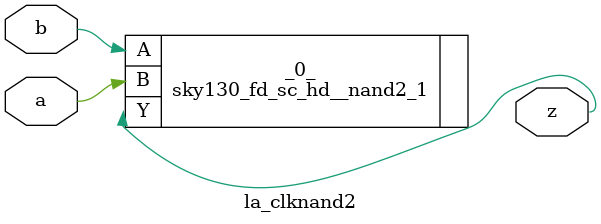
<source format=v>
/* Generated by Yosys 0.37 (git sha1 a5c7f69ed, clang 14.0.0-1ubuntu1.1 -fPIC -Os) */

module la_clknand2(a, b, z);
  input a;
  wire a;
  input b;
  wire b;
  output z;
  wire z;
  sky130_fd_sc_hd__nand2_1 _0_ (
    .A(b),
    .B(a),
    .Y(z)
  );
endmodule

</source>
